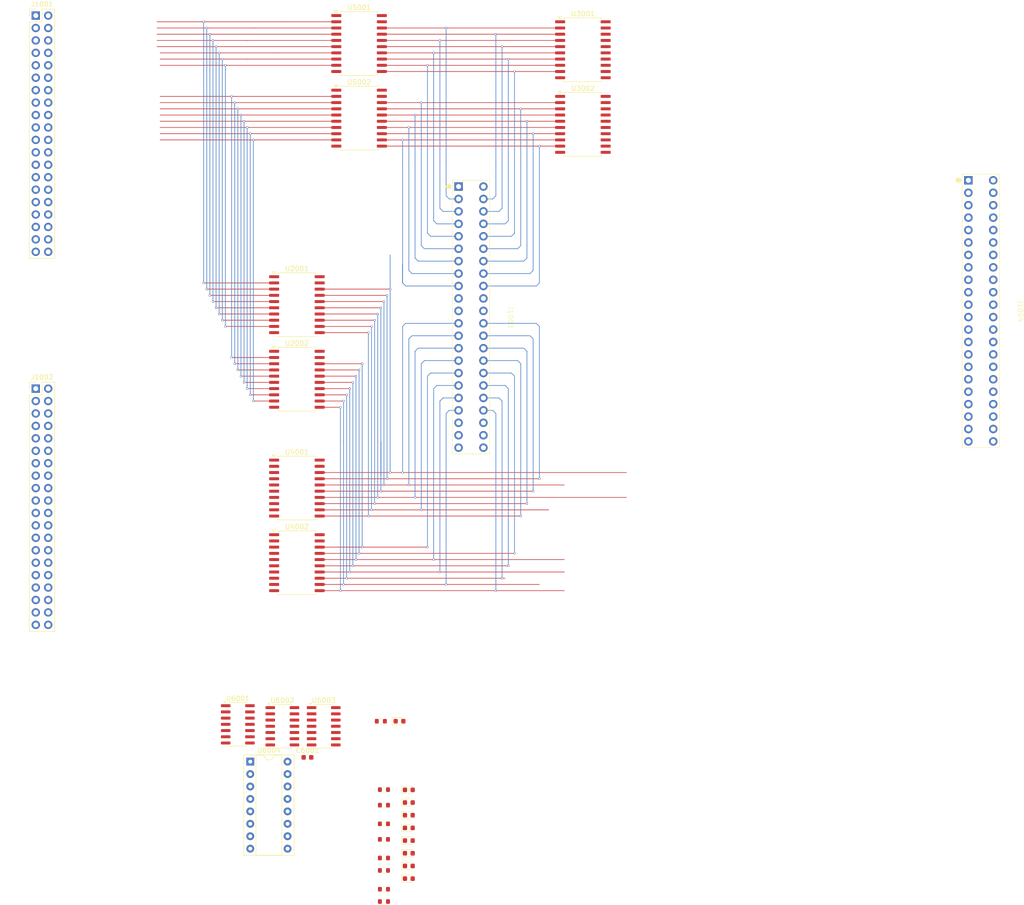
<source format=kicad_pcb>
(kicad_pcb (version 20240108) (generator "pcbnew") (generator_version "8.0")
  (title_block (title "Program Counter"))
  (layers (0 "F.Cu" signal) (31 "B.Cu" signal) (34 "B.Paste" user) (35 "F.Paste" user) (36 "B.SilkS" user "B.Silkscreen") (37 "F.SilkS" user "F.Silkscreen") (38 "B.Mask" user) (39 "F.Mask" user) (44 "Edge.Cuts" user))
  (net 0 "")
  (net 1 "/RESET")
  (net 3 "/CLOCK")
  (net 4 "+5V")
  (net 8 "/C11")
  (net 9 "/R_{B}1")
  (net 10 "/C10")
  (net 11 "/R_{A}2")
  (net 12 "/Cycle1")
  (net 13 "/I2")
  (net 14 "/R_{B}2")
  (net 15 "/C15")
  (net 16 "/Cycle0")
  (net 17 "/R_{C}1")
  (net 18 "/R_{A}1")
  (net 19 "/C5")
  (net 20 "/I1")
  (net 21 "/R_{C}2")
  (net 22 "/Cycle4")
  (net 23 "/C9")
  (net 24 "/R_{A}3")
  (net 25 "GND")
  (net 26 "/C8")
  (net 27 "/I0")
  (net 28 "/R_{A}0")
  (net 29 "/Cycle3")
  (net 30 "/C3")
  (net 31 "/C6")
  (net 32 "/Cycle2")
  (net 33 "/C7")
  (net 34 "/C12")
  (net 35 "/R_{C}0")
  (net 36 "/C14")
  (net 37 "/R_{C}3")
  (net 38 "/C1")
  (net 40 "/C4")
  (net 41 "/R_{B}3")
  (net 42 "/C2")
  (net 43 "/R_{B}0")
  (net 44 "/C0")
  (net 45 "/C13")
  (net 46 "/I3")
  (net 48 "/PC.Out15")
  (net 49 "/PC.Out12")
  (net 50 "/PC.Out0")
  (net 51 "/PC.Out5")
  (net 53 "/PC.Out6")
  (net 54 "/PC.Out9")
  (net 56 "/PC.Out2")
  (net 57 "/~{RESET}")
  (net 59 "/PC.Out8")
  (net 60 "/PC.Out14")
  (net 61 "/PC.Out4")
  (net 62 "/PC.Out7")
  (net 63 "/PC.Out1")
  (net 65 "/PC.Out3")
  (net 66 "/PC.Out13")
  (net 69 "/PC.Out11")
  (net 70 "/PC.Out10")
  (net 71 "/Increment0")
  (net 73 "/Increment1")
  (net 74 "/Increment3")
  (net 77 "/Increment2")
  (net 80 "/A4")
  (net 81 "/A2")
  (net 82 "/A0")
  (net 83 "/A3")
  (net 84 "/A1")
  (net 85 "/A7")
  (net 86 "/A6")
  (net 87 "/A5")
  (net 88 "/A9")
  (net 89 "/A13")
  (net 90 "/A10")
  (net 91 "/A11")
  (net 92 "/A12")
  (net 93 "/A15")
  (net 94 "/A14")
  (net 95 "/A8")
  (net 96 "/B14")
  (net 97 "/B5")
  (net 98 "/B6")
  (net 99 "/B1")
  (net 100 "/B4")
  (net 101 "/B15")
  (net 102 "/B3")
  (net 103 "/B2")
  (net 104 "/B7")
  (net 105 "/B11")
  (net 106 "/B9")
  (net 107 "/B10")
  (net 108 "/B8")
  (net 109 "/B0")
  (net 110 "/B13")
  (net 111 "/B12")
  (net 112 "/PC.In6")
  (net 113 "/PC.In10")
  (net 114 "/PC.In0")
  (net 115 "/PC.In3")
  (net 116 "/PC.In14")
  (net 117 "/PC.In7")
  (net 118 "/PC.In15")
  (net 119 "/PC.In13")
  (net 120 "/PC.In4")
  (net 121 "/PC.In1")
  (net 122 "/PC.In12")
  (net 123 "/PC.In5")
  (net 124 "/PC.In9")
  (net 125 "/PC.In8")
  (net 126 "/PC.In11")
  (net 127 "/PC.In2")
  (net 128 "/Inc.Out12")
  (net 129 "/Inc.Out10")
  (net 130 "/Inc.Out1")
  (net 131 "/Inc.Out0")
  (net 132 "/Inc.Out8")
  (net 133 "/Inc.Out4")
  (net 134 "/Inc.Out6")
  (net 135 "/Inc.Out14")
  (net 136 "/Inc.Out9")
  (net 137 "/Inc.Out3")
  (net 138 "/Inc.Out7")
  (net 139 "/Inc.Out5")
  (net 140 "/Inc.Out13")
  (net 141 "/Inc.Out15")
  (net 142 "/Inc.Out11")
  (net 143 "/Inc.Out2")
  (net 144 "/Increment Buffer/~{Enable}")
  (net 145 "/Instruction Cycle Buffer/~{Enable}")
  (net 146 "/LoadPC Buffer/~{Enable}")
  (net 147 "/BranchZero Buffer/~{Enable}")
  (net 148 "Net-(D6001-K)")
  (net 149 "Net-(D6002-K)")
  (net 150 "Net-(D6003-K)")
  (net 151 "Net-(D6004-K)")
  (net 152 "Net-(D6005-K)")
  (net 153 "Net-(D6006-K)")
  (net 154 "Net-(D6007-K)")
  (net 155 "Net-(D6008-K)")
  (net 156 "Net-(D6009-K)")
  (net 157 "/Enabler/~{ExecCycle}")
  (net 158 "/Enabler/~{LoadB}")
  (net 159 "/Enabler/~{LoadW}")
  (net 160 "/Enabler/~{StoreB}")
  (net 161 "/Enabler/~{StoreW}")
  (net 162 "/Enabler/~{LoadPC}")
  (net 163 "/Enabler/~{BranchZero}")
  (net 164 "/Enabler/~{Halt}")
  (net 165 "/Enabler/~{Set}")
  (net 167 "Net-(U6001-Pad10)")
  (net 168 "Net-(U6001-Pad8)")
  (net 169 "Net-(U6001-Pad12)")
  (net 170 "Net-(U6001-Pad2)")
  (net 171 "Net-(U6001-Pad6)")
  (net 172 "Net-(U6002-Pad11)")
  (net 173 "Net-(U6002-Pad5)")
  (net 180 "/Enabler/~{InstrCycle}")
  (net 182 "Net-(U6003-Pad11)")
  (footprint "Resistor_SMD:R_0603_1608Metric" (layer "F.Cu") (at 109.22 212.09 180)
    (property "Reference" "R6006" (hide yes))
    (property "Value" "4k7")
  )
  (footprint "BoardEdgeConnectors:TE-5530843-4-Mount" (layer "F.Cu") (at 231.14 100.33 -90)
    (property "Reference" "J1004")
    (property "Value" "~")
  )
  (footprint "LED_SMD:LED_0603_1608Metric" (layer "F.Cu") (at 112.395 184.15)
    (property "Reference" "D6001" (hide yes))
    (property "Value" "Blue")
  )
  (footprint "LED_SMD:LED_0603_1608Metric" (layer "F.Cu") (at 114.3 211.12)
    (property "Reference" "D6007" (hide yes))
    (property "Value" "Blue")
  )
  (footprint "BoardEdgeConnectors:TE-5530843-4-Mount" (layer "F.Cu") (at 127 101.6 -90)
    (property "Reference" "J1003")
    (property "Value" "~")
  )
  (footprint "Package_SO:SOIC-20W_7.5x12.8mm_P1.27mm" (layer "F.Cu") (at 104.14 45.72)
    (property "Reference" "U5001")
    (property "Value" "74HC245")
  )
  (footprint "Package_SO:SOIC-14_3.9x8.7mm_P1.27mm" (layer "F.Cu") (at 88.465 185.18)
    (property "Reference" "U6002")
    (property "Value" "74HC08")
  )
  (footprint "Package_SO:SOIC-20W_7.5x12.8mm_P1.27mm" (layer "F.Cu") (at 104.14 60.96)
    (property "Reference" "U5002")
    (property "Value" "74HC245")
  )
  (footprint "Capacitor_SMD:C_0603_1608Metric" (layer "F.Cu") (at 93.595 191.535)
    (property "Reference" "C6001")
    (property "Value" "100n")
  )
  (footprint "LED_SMD:LED_0603_1608Metric" (layer "F.Cu") (at 114.3 213.71)
    (property "Reference" "D6008" (hide yes))
    (property "Value" "Blue")
  )
  (footprint "Resistor_SMD:R_0603_1608Metric" (layer "F.Cu") (at 109.22 220.98 180)
    (property "Reference" "R6009" (hide yes))
    (property "Value" "4k7")
  )
  (footprint "LED_SMD:LED_0603_1608Metric" (layer "F.Cu") (at 114.3 208.53)
    (property "Reference" "D6006" (hide yes))
    (property "Value" "Blue")
  )
  (footprint "Resistor_SMD:R_0603_1608Metric" (layer "F.Cu") (at 109.22 218.47 180)
    (property "Reference" "R6008" (hide yes))
    (property "Value" "4k7")
  )
  (footprint "Connector_PinHeader_2.54mm:PinHeader_2x20_P2.54mm_Vertical" (layer "F.Cu") (at 38.1 40.005)
    (property "Reference" "J1001")
    (property "Value" "Conn_02x20_Odd_Even")
  )
  (footprint "LED_SMD:LED_0603_1608Metric" (layer "F.Cu") (at 114.3 198.17)
    (property "Reference" "D6002" (hide yes))
    (property "Value" "Blue")
  )
  (footprint "Package_SO:SOIC-20W_7.5x12.8mm_P1.27mm" (layer "F.Cu") (at 91.44 99.06)
    (property "Reference" "U2001")
    (property "Value" "74HC245")
  )
  (footprint "Package_SO:SOIC-20W_7.5x12.8mm_P1.27mm" (layer "F.Cu") (at 91.44 136.525)
    (property "Reference" "U4001")
    (property "Value" "74HC245")
  )
  (footprint "Resistor_SMD:R_0603_1608Metric" (layer "F.Cu") (at 109.22 201.295 180)
    (property "Reference" "R6003" (hide yes))
    (property "Value" "4k7")
  )
  (footprint "Package_SO:SOIC-14_3.9x8.7mm_P1.27mm" (layer "F.Cu") (at 79.375 184.785)
    (property "Reference" "U6001")
    (property "Value" "74HC14")
  )
  (footprint "LED_SMD:LED_0603_1608Metric" (layer "F.Cu") (at 114.3 200.76)
    (property "Reference" "D6003" (hide yes))
    (property "Value" "Blue")
  )
  (footprint "Package_SO:SOIC-14_3.9x8.7mm_P1.27mm" (layer "F.Cu") (at 96.915 185.18)
    (property "Reference" "U6003")
    (property "Value" "74HC08")
  )
  (footprint "LED_SMD:LED_0603_1608Metric" (layer "F.Cu") (at 114.3 203.35)
    (property "Reference" "D6004" (hide yes))
    (property "Value" "Blue")
  )
  (footprint "Package_SO:SOIC-20W_7.5x12.8mm_P1.27mm" (layer "F.Cu") (at 91.44 114.3)
    (property "Reference" "U2002")
    (property "Value" "74HC245")
  )
  (footprint "Resistor_SMD:R_0603_1608Metric" (layer "F.Cu") (at 108.585 184.15)
    (property "Reference" "R6001" (hide yes))
    (property "Value" "4k7")
  )
  (footprint "Resistor_SMD:R_0603_1608Metric" (layer "F.Cu") (at 109.22 205.105 180)
    (property "Reference" "R6004" (hide yes))
    (property "Value" "4k7")
  )
  (footprint "Resistor_SMD:R_0603_1608Metric" (layer "F.Cu") (at 109.22 198.12 180)
    (property "Reference" "R6002" (hide yes))
    (property "Value" "4k7")
  )
  (footprint "Package_SO:SOIC-20W_7.5x12.8mm_P1.27mm" (layer "F.Cu") (at 149.86 46.99)
    (property "Reference" "U3001")
    (property "Value" "74HC245")
  )
  (footprint "LED_SMD:LED_0603_1608Metric" (layer "F.Cu") (at 114.3 205.94)
    (property "Reference" "D6005" (hide yes))
    (property "Value" "Blue")
  )
  (footprint "Resistor_SMD:R_0603_1608Metric" (layer "F.Cu") (at 109.22 208.28 180)
    (property "Reference" "R6005" (hide yes))
    (property "Value" "4k7")
  )
  (footprint "Package_SO:SOIC-20W_7.5x12.8mm_P1.27mm" (layer "F.Cu") (at 149.86 62.23)
    (property "Reference" "U3002")
    (property "Value" "74HC245")
  )
  (footprint "Resistor_SMD:R_0603_1608Metric" (layer "F.Cu") (at 109.22 214.63 180)
    (property "Reference" "R6007" (hide yes))
    (property "Value" "4k7")
  )
  (footprint "LED_SMD:LED_0603_1608Metric" (layer "F.Cu") (at 114.3 216.3)
    (property "Reference" "D6009" (hide yes))
    (property "Value" "Blue")
  )
  (footprint "Connector_PinHeader_2.54mm:PinHeader_2x20_P2.54mm_Vertical" (layer "F.Cu") (at 38.1 116.205)
    (property "Reference" "J1002")
    (property "Value" "Conn_02x20_Odd_Even")
  )
  (footprint "Package_SO:SOIC-20W_7.5x12.8mm_P1.27mm" (layer "F.Cu") (at 91.44 151.765)
    (property "Reference" "U4002")
    (property "Value" "74HC245")
  )
  (footprint "Package_DIP:DIP-16_W7.62mm_Socket" (layer "F.Cu") (at 81.915 192.405)
    (property "Reference" "U6004")
    (property "Value" "74HC138")
  )
  (segment (start 96.09 157.48) (end 100.33 157.48) (width 0.127) (layer "F.Cu") (net 48))
  (segment (start 96.09 120.015) (end 100.33 120.015) (width 0.127) (layer "F.Cu") (net 48))
  (segment (start 100.33 157.48) (end 132.08 157.48) (width 0.127) (layer "F.Cu") (net 48))
  (segment (start 132.08 157.48) (end 146.05 157.48) (width 0.127) (layer "F.Cu") (net 48))
  (via (at 100.33 157.48) (size 0.45) (drill 0.3) (layers "F.Cu" "B.Cu") (net 48))
  (via (at 132.08 157.48) (size 0.45) (drill 0.3) (layers "F.Cu" "B.Cu") (net 48))
  (via (at 100.33 120.015) (size 0.45) (drill 0.3) (layers "F.Cu" "B.Cu") (net 48))
  (segment (start 132.08 121.285) (end 131.445 120.65) (width 0.127) (layer "B.Cu") (net 48))
  (segment (start 100.33 157.48) (end 100.33 127) (width 0.127) (layer "B.Cu") (net 48))
  (segment (start 131.445 120.65) (end 129.54 120.65) (width 0.127) (layer "B.Cu") (net 48))
  (segment (start 132.08 157.48) (end 132.08 121.285) (width 0.127) (layer "B.Cu") (net 48))
  (segment (start 100.33 127) (end 100.33 120.015) (width 0.127) (layer "B.Cu") (net 48))
  (segment (start 96.09 116.205) (end 102.235 116.205) (width 0.127) (layer "F.Cu") (net 49))
  (segment (start 102.235 153.67) (end 120.65 153.67) (width 0.127) (layer "F.Cu") (net 49))
  (segment (start 96.09 153.67) (end 102.235 153.67) (width 0.127) (layer "F.Cu") (net 49))
  (segment (start 120.65 153.67) (end 146.05 153.67) (width 0.127) (layer "F.Cu") (net 49))
  (via (at 102.235 153.67) (size 0.45) (drill 0.3) (layers "F.Cu" "B.Cu") (net 49))
  (via (at 102.235 116.205) (size 0.45) (drill 0.3) (layers "F.Cu" "B.Cu") (net 49))
  (via (at 120.65 153.67) (size 0.45) (drill 0.3) (layers "F.Cu" "B.Cu") (net 49))
  (segment (start 120.65 153.67) (end 120.65 118.745) (width 0.127) (layer "B.Cu") (net 49))
  (segment (start 124.46 118.11) (end 121.285 118.11) (width 0.127) (layer "B.Cu") (net 49))
  (segment (start 102.235 153.67) (end 102.235 116.205) (width 0.127) (layer "B.Cu") (net 49))
  (segment (start 121.285 118.11) (end 120.65 118.745) (width 0.127) (layer "B.Cu") (net 49))
  (segment (start 110.49 133.35) (end 96.09 133.35) (width 0.127) (layer "F.Cu") (net 50))
  (segment (start 96.09 95.885) (end 110.49 95.885) (width 0.127) (layer "F.Cu") (net 50))
  (segment (start 113.03 133.35) (end 110.49 133.35) (width 0.127) (layer "F.Cu") (net 50))
  (segment (start 113.03 133.35) (end 158.75 133.35) (width 0.127) (layer "F.Cu") (net 50))
  (via (at 110.49 95.885) (size 0.45) (drill 0.3) (layers "F.Cu" "B.Cu") (net 50))
  (via (at 110.49 133.35) (size 0.45) (drill 0.3) (layers "F.Cu" "B.Cu") (net 50))
  (via (at 113.03 133.35) (size 0.45) (drill 0.3) (layers "F.Cu" "B.Cu") (net 50))
  (segment (start 113.665 102.87) (end 113.03 103.505) (width 0.127) (layer "B.Cu") (net 50))
  (segment (start 113.03 103.505) (end 113.03 133.35) (width 0.127) (layer "B.Cu") (net 50))
  (segment (start 110.49 133.35) (end 110.49 95.885) (width 0.127) (layer "B.Cu") (net 50))
  (segment (start 124.46 102.87) (end 113.665 102.87) (width 0.127) (layer "B.Cu") (net 50))
  (segment (start 110.49 95.885) (end 110.49 88.9) (width 0.127) (layer "B.Cu") (net 50))
  (segment (start 138.43 139.7) (end 107.315 139.7) (width 0.127) (layer "F.Cu") (net 51))
  (segment (start 107.315 139.7) (end 96.09 139.7) (width 0.127) (layer "F.Cu") (net 51))
  (segment (start 96.09 102.235) (end 107.315 102.235) (width 0.127) (layer "F.Cu") (net 51))
  (via (at 138.43 139.7) (size 0.45) (drill 0.3) (layers "F.Cu" "B.Cu") (net 51))
  (via (at 107.315 102.235) (size 0.45) (drill 0.3) (layers "F.Cu" "B.Cu") (net 51))
  (via (at 107.315 139.7) (size 0.45) (drill 0.3) (layers "F.Cu" "B.Cu") (net 51))
  (segment (start 138.43 108.585) (end 138.43 139.7) (width 0.127) (layer "B.Cu") (net 51))
  (segment (start 107.315 139.7) (end 107.315 102.235) (width 0.127) (layer "B.Cu") (net 51))
  (segment (start 129.54 107.95) (end 137.795 107.95) (width 0.127) (layer "B.Cu") (net 51))
  (segment (start 137.795 107.95) (end 138.43 108.585) (width 0.127) (layer "B.Cu") (net 51))
  (segment (start 106.68 103.505) (end 96.09 103.505) (width 0.127) (layer "F.Cu") (net 53))
  (segment (start 116.84 140.97) (end 142.875 140.97) (width 0.127) (layer "F.Cu") (net 53))
  (segment (start 96.09 140.97) (end 106.68 140.97) (width 0.127) (layer "F.Cu") (net 53))
  (segment (start 116.84 140.97) (end 106.68 140.97) (width 0.127) (layer "F.Cu") (net 53))
  (via (at 106.68 140.97) (size 0.45) (drill 0.3) (layers "F.Cu" "B.Cu") (net 53))
  (via (at 116.84 140.97) (size 0.45) (drill 0.3) (layers "F.Cu" "B.Cu") (net 53))
  (via (at 106.68 103.505) (size 0.45) (drill 0.3) (layers "F.Cu" "B.Cu") (net 53))
  (segment (start 124.46 110.49) (end 117.475 110.49) (width 0.127) (layer "B.Cu") (net 53))
  (segment (start 116.84 111.125) (end 116.84 140.97) (width 0.127) (layer "B.Cu") (net 53))
  (segment (start 106.68 140.97) (end 106.68 103.505) (width 0.127) (layer "B.Cu") (net 53))
  (segment (start 117.475 110.49) (end 116.84 111.125) (width 0.127) (layer "B.Cu") (net 53))
  (segment (start 104.14 149.86) (end 135.89 149.86) (width 0.127) (layer "F.Cu") (net 54))
  (segment (start 96.09 112.395) (end 104.14 112.395) (width 0.127) (layer "F.Cu") (net 54))
  (segment (start 104.14 149.86) (end 96.09 149.86) (width 0.127) (layer "F.Cu") (net 54))
  (via (at 135.89 149.86) (size 0.45) (drill 0.3) (layers "F.Cu" "B.Cu") (net 54))
  (via (at 104.14 149.86) (size 0.45) (drill 0.3) (layers "F.Cu" "B.Cu") (net 54))
  (via (at 104.14 112.395) (size 0.45) (drill 0.3) (layers "F.Cu" "B.Cu") (net 54))
  (segment (start 135.255 113.03) (end 135.89 113.665) (width 0.127) (layer "B.Cu") (net 54))
  (segment (start 135.89 113.665) (end 135.89 149.86) (width 0.127) (layer "B.Cu") (net 54))
  (segment (start 104.14 149.86) (end 104.14 141.605) (width 0.127) (layer "B.Cu") (net 54))
  (segment (start 104.14 141.605) (end 104.14 112.395) (width 0.127) (layer "B.Cu") (net 54))
  (segment (start 129.54 113.03) (end 135.255 113.03) (width 0.127) (layer "B.Cu") (net 54))
  (segment (start 96.09 98.425) (end 109.22 98.425) (width 0.127) (layer "F.Cu") (net 56))
  (segment (start 114.3 135.89) (end 146.05 135.89) (width 0.127) (layer "F.Cu") (net 56))
  (segment (start 114.3 135.89) (end 109.22 135.89) (width 0.127) (layer "F.Cu") (net 56))
  (segment (start 109.22 135.89) (end 96.09 135.89) (width 0.127) (layer "F.Cu") (net 56))
  (via (at 109.22 98.425) (size 0.45) (drill 0.3) (layers "F.Cu" "B.Cu") (net 56))
  (via (at 109.22 135.89) (size 0.45) (drill 0.3) (layers "F.Cu" "B.Cu") (net 56))
  (via (at 114.3 135.89) (size 0.45) (drill 0.3) (layers "F.Cu" "B.Cu") (net 56))
  (segment (start 109.22 135.89) (end 109.22 98.425) (width 0.127) (layer "B.Cu") (net 56))
  (segment (start 114.3 106.045) (end 114.3 135.89) (width 0.127) (layer "B.Cu") (net 56))
  (segment (start 124.46 105.41) (end 114.935 105.41) (width 0.127) (layer "B.Cu") (net 56))
  (segment (start 114.935 105.41) (end 114.3 106.045) (width 0.127) (layer "B.Cu") (net 56))
  (segment (start 104.775 148.59) (end 96.09 148.59) (width 0.127) (layer "F.Cu") (net 59))
  (segment (start 96.09 111.125) (end 104.775 111.125) (width 0.127) (layer "F.Cu") (net 59))
  (segment (start 104.775 148.59) (end 118.11 148.59) (width 0.127) (layer "F.Cu") (net 59))
  (via (at 118.11 148.59) (size 0.45) (drill 0.3) (layers "F.Cu" "B.Cu") (net 59))
  (via (at 104.775 148.59) (size 0.45) (drill 0.3) (layers "F.Cu" "B.Cu") (net 59))
  (via (at 104.775 111.125) (size 0.45) (drill 0.3) (layers "F.Cu" "B.Cu") (net 59))
  (segment (start 118.11 148.59) (end 118.11 113.665) (width 0.127) (layer "B.Cu") (net 59))
  (segment (start 118.11 113.665) (end 118.745 113.03) (width 0.127) (layer "B.Cu") (net 59))
  (segment (start 104.775 127) (end 104.775 111.125) (width 0.127) (layer "B.Cu") (net 59))
  (segment (start 104.775 148.59) (end 104.775 127) (width 0.127) (layer "B.Cu") (net 59))
  (segment (start 118.745 113.03) (end 124.46 113.03) (width 0.127) (layer "B.Cu") (net 59))
  (segment (start 101.6 156.21) (end 121.92 156.21) (width 0.127) (layer "F.Cu") (net 60))
  (segment (start 96.09 156.21) (end 100.965 156.21) (width 0.127) (layer "F.Cu") (net 60))
  (segment (start 121.92 156.21) (end 140.97 156.21) (width 0.127) (layer "F.Cu") (net 60))
  (segment (start 100.965 118.745) (end 96.09 118.745) (width 0.127) (layer "F.Cu") (net 60))
  (segment (start 100.965 156.21) (end 101.6 156.21) (width 0.127) (layer "F.Cu") (net 60))
  (via (at 100.965 156.21) (size 0.45) (drill 0.3) (layers "F.Cu" "B.Cu") (net 60))
  (via (at 100.965 118.745) (size 0.45) (drill 0.3) (layers "F.Cu" "B.Cu") (net 60))
  (via (at 121.92 156.21) (size 0.45) (drill 0.3) (layers "F.Cu" "B.Cu") (net 60))
  (segment (start 122.555 120.65) (end 121.92 121.285) (width 0.127) (layer "B.Cu") (net 60))
  (segment (start 100.965 127) (end 100.965 118.745) (width 0.127) (layer "B.Cu") (net 60))
  (segment (start 124.46 120.65) (end 122.555 120.65) (width 0.127) (layer "B.Cu") (net 60))
  (segment (start 100.965 156.21) (end 100.965 127) (width 0.127) (layer "B.Cu") (net 60))
  (segment (start 121.92 121.285) (end 121.92 156.21) (width 0.127) (layer "B.Cu") (net 60))
  (segment (start 115.57 138.43) (end 158.75 138.43) (width 0.127) (layer "F.Cu") (net 61))
  (segment (start 115.57 138.43) (end 107.95 138.43) (width 0.127) (layer "F.Cu") (net 61))
  (segment (start 96.09 100.965) (end 107.95 100.965) (width 0.127) (layer "F.Cu") (net 61))
  (segment (start 96.09 138.43) (end 107.95 138.43) (width 0.127) (layer "F.Cu") (net 61))
  (via (at 115.57 138.43) (size 0.45) (drill 0.3) (layers "F.Cu" "B.Cu") (net 61))
  (via (at 107.95 100.965) (size 0.45) (drill 0.3) (layers "F.Cu" "B.Cu") (net 61))
  (via (at 107.95 138.43) (size 0.45) (drill 0.3) (layers "F.Cu" "B.Cu") (net 61))
  (segment (start 124.46 107.95) (end 116.205 107.95) (width 0.127) (layer "B.Cu") (net 61))
  (segment (start 107.95 138.43) (end 107.95 100.965) (width 0.127) (layer "B.Cu") (net 61))
  (segment (start 115.57 108.585) (end 115.57 138.43) (width 0.127) (layer "B.Cu") (net 61))
  (segment (start 116.205 107.95) (end 115.57 108.585) (width 0.127) (layer "B.Cu") (net 61))
  (segment (start 96.09 104.775) (end 106.045 104.775) (width 0.127) (layer "F.Cu") (net 62))
  (segment (start 106.045 142.24) (end 96.09 142.24) (width 0.127) (layer "F.Cu") (net 62))
  (segment (start 137.16 142.24) (end 106.045 142.24) (width 0.127) (layer "F.Cu") (net 62))
  (via (at 137.16 142.24) (size 0.45) (drill 0.3) (layers "F.Cu" "B.Cu") (net 62))
  (via (at 106.045 142.24) (size 0.45) (drill 0.3) (layers "F.Cu" "B.Cu") (net 62))
  (via (at 106.045 104.775) (size 0.45) (drill 0.3) (layers "F.Cu" "B.Cu") (net 62))
  (segment (start 136.525 110.49) (end 137.16 111.125) (width 0.127) (layer "B.Cu") (net 62))
  (segment (start 137.16 111.125) (end 137.16 142.24) (width 0.127) (layer "B.Cu") (net 62))
  (segment (start 106.045 142.24) (end 106.045 104.775) (width 0.127) (layer "B.Cu") (net 62))
  (segment (start 129.54 110.49) (end 136.525 110.49) (width 0.127) (layer "B.Cu") (net 62))
  (segment (start 96.09 97.155) (end 109.855 97.155) (width 0.127) (layer "F.Cu") (net 63))
  (segment (start 140.97 134.62) (end 109.855 134.62) (width 0.127) (layer "F.Cu") (net 63))
  (segment (start 109.855 134.62) (end 96.09 134.62) (width 0.127) (layer "F.Cu") (net 63))
  (via (at 109.855 134.62) (size 0.45) (drill 0.3) (layers "F.Cu" "B.Cu") (net 63))
  (via (at 109.855 97.155) (size 0.45) (drill 0.3) (layers "F.Cu" "B.Cu") (net 63))
  (via (at 140.97 134.62) (size 0.45) (drill 0.3) (layers "F.Cu" "B.Cu") (net 63))
  (segment (start 129.54 102.87) (end 140.335 102.87) (width 0.127) (layer "B.Cu") (net 63))
  (segment (start 140.335 102.87) (end 140.97 103.505) (width 0.127) (layer "B.Cu") (net 63))
  (segment (start 109.855 134.62) (end 109.855 97.155) (width 0.127) (layer "B.Cu") (net 63))
  (segment (start 140.97 103.505) (end 140.97 134.62) (width 0.127) (layer "B.Cu") (net 63))
  (segment (start 96.09 99.695) (end 108.585 99.695) (width 0.127) (layer "F.Cu") (net 65))
  (segment (start 139.7 137.16) (end 108.585 137.16) (width 0.127) (layer "F.Cu") (net 65))
  (segment (start 108.585 137.16) (end 96.09 137.16) (width 0.127) (layer "F.Cu") (net 65))
  (via (at 108.585 137.16) (size 0.45) (drill 0.3) (layers "F.Cu" "B.Cu") (net 65))
  (via (at 139.7 137.16) (size 0.45) (drill 0.3) (layers "F.Cu" "B.Cu") (net 65))
  (via (at 108.585 99.695) (size 0.45) (drill 0.3) (layers "F.Cu" "B.Cu") (net 65))
  (segment (start 139.065 105.41) (end 139.7 106.045) (width 0.127) (layer "B.Cu") (net 65))
  (segment (start 108.585 133.985) (end 108.585 99.695) (width 0.127) (layer "B.Cu") (net 65))
  (segment (start 108.585 127) (end 108.585 133.985) (width 0.127) (layer "B.Cu") (net 65))
  (segment (start 108.585 137.16) (end 108.585 127) (width 0.127) (layer "B.Cu") (net 65))
  (segment (start 129.54 105.41) (end 139.065 105.41) (width 0.127) (layer "B.Cu") (net 65))
  (segment (start 139.7 106.045) (end 139.7 137.16) (width 0.127) (layer "B.Cu") (net 65))
  (segment (start 96.09 117.475) (end 101.6 117.475) (width 0.127) (layer "F.Cu") (net 66))
  (segment (start 96.09 154.94) (end 101.6 154.94) (width 0.127) (layer "F.Cu") (net 66))
  (segment (start 101.6 154.94) (end 133.35 154.94) (width 0.127) (layer "F.Cu") (net 66))
  (segment (start 133.35 154.94) (end 133.985 154.94) (width 0.127) (layer "F.Cu") (net 66))
  (via (at 101.6 154.94) (size 0.45) (drill 0.3) (layers "F.Cu" "B.Cu") (net 66))
  (via (at 133.35 154.94) (size 0.45) (drill 0.3) (layers "F.Cu" "B.Cu") (net 66))
  (via (at 101.6 117.475) (size 0.45) (drill 0.3) (layers "F.Cu" "B.Cu") (net 66))
  (segment (start 101.6 154.94) (end 101.6 117.475) (width 0.127) (layer "B.Cu") (net 66))
  (segment (start 133.35 118.745) (end 132.715 118.11) (width 0.127) (layer "B.Cu") (net 66))
  (segment (start 133.35 154.94) (end 133.35 118.745) (width 0.127) (layer "B.Cu") (net 66))
  (segment (start 132.715 118.11) (end 129.54 118.11) (width 0.127) (layer "B.Cu") (net 66))
  (segment (start 102.87 152.4) (end 134.62 152.4) (width 0.127) (layer "F.Cu") (net 69))
  (segment (start 96.09 152.4) (end 102.87 152.4) (width 0.127) (layer "F.Cu") (net 69))
  (segment (start 102.87 114.935) (end 96.09 114.935) (width 0.127) (layer "F.Cu") (net 69))
  (via (at 102.87 152.4) (size 0.45) (drill 0.3) (layers "F.Cu" "B.Cu") (net 69))
  (via (at 134.62 152.4) (size 0.45) (drill 0.3) (layers "F.Cu" "B.Cu") (net 69))
  (via (at 102.87 114.935) (size 0.45) (drill 0.3) (layers "F.Cu" "B.Cu") (net 69))
  (segment (start 134.62 116.205) (end 134.62 152.4) (width 0.127) (layer "B.Cu") (net 69))
  (segment (start 129.54 115.57) (end 133.985 115.57) (width 0.127) (layer "B.Cu") (net 69))
  (segment (start 133.985 115.57) (end 134.62 116.205) (width 0.127) (layer "B.Cu") (net 69))
  (segment (start 102.87 152.4) (end 102.87 114.935) (width 0.127) (layer "B.Cu") (net 69))
  (segment (start 96.09 113.665) (end 103.505 113.665) (width 0.127) (layer "F.Cu") (net 70))
  (segment (start 103.505 151.13) (end 119.38 151.13) (width 0.127) (layer "F.Cu") (net 70))
  (segment (start 103.505 151.13) (end 96.09 151.13) (width 0.127) (layer "F.Cu") (net 70))
  (segment (start 119.38 151.13) (end 146.05 151.13) (width 0.127) (layer "F.Cu") (net 70))
  (via (at 103.505 113.665) (size 0.45) (drill 0.3) (layers "F.Cu" "B.Cu") (net 70))
  (via (at 119.38 151.13) (size 0.45) (drill 0.3) (layers "F.Cu" "B.Cu") (net 70))
  (via (at 103.505 151.13) (size 0.45) (drill 0.3) (layers "F.Cu" "B.Cu") (net 70))
  (segment (start 124.46 115.57) (end 120.015 115.57) (width 0.127) (layer "B.Cu") (net 70))
  (segment (start 119.38 116.205) (end 119.38 151.13) (width 0.127) (layer "B.Cu") (net 70))
  (segment (start 120.015 115.57) (end 119.38 116.205) (width 0.127) (layer "B.Cu") (net 70))
  (segment (start 103.505 151.13) (end 103.505 113.665) (width 0.127) (layer "B.Cu") (net 70))
  (segment (start 62.865 46.355) (end 74.93 46.355) (width 0.127) (layer "F.Cu") (net 80))
  (segment (start 86.79 99.695) (end 74.93 99.695) (width 0.127) (layer "F.Cu") (net 80))
  (segment (start 74.93 46.355) (end 99.49 46.355) (width 0.127) (layer "F.Cu") (net 80))
  (via (at 74.93 46.355) (size 0.45) (drill 0.3) (layers "F.Cu" "B.Cu") (net 80))
  (via (at 74.93 99.695) (size 0.45) (drill 0.3) (layers "F.Cu" "B.Cu") (net 80))
  (segment (start 74.93 99.695) (end 74.93 46.355) (width 0.127) (layer "B.Cu") (net 80))
  (segment (start 73.66 97.155) (end 86.79 97.155) (width 0.127) (layer "F.Cu") (net 81))
  (segment (start 80.01 43.815) (end 73.66 43.815) (width 0.127) (layer "F.Cu") (net 81))
  (segment (start 99.49 43.815) (end 80.01 43.815) (width 0.127) (layer "F.Cu") (net 81))
  (segment (start 73.66 43.815) (end 62.865 43.815) (width 0.127) (layer "F.Cu") (net 81))
  (via (at 73.66 43.815) (size 0.45) (drill 0.3) (layers "F.Cu" "B.Cu") (net 81))
  (via (at 73.66 97.155) (size 0.45) (drill 0.3) (layers "F.Cu" "B.Cu") (net 81))
  (segment (start 73.66 50.8) (end 73.66 97.155) (width 0.127) (layer "B.Cu") (net 81))
  (segment (start 73.66 43.815) (end 73.66 50.8) (width 0.127) (layer "B.Cu") (net 81))
  (segment (start 72.39 94.615) (end 86.79 94.615) (width 0.127) (layer "F.Cu") (net 82))
  (segment (start 99.49 41.275) (end 88.9 41.275) (width 0.127) (layer "F.Cu") (net 82))
  (segment (start 72.39 41.275) (end 62.865 41.275) (width 0.127) (layer "F.Cu") (net 82))
  (segment (start 88.9 41.275) (end 72.39 41.275) (width 0.127) (layer "F.Cu") (net 82))
  (via (at 72.39 94.615) (size 0.45) (drill 0.3) (layers "F.Cu" "B.Cu") (net 82))
  (via (at 72.39 41.275) (size 0.45) (drill 0.3) (layers "F.Cu" "B.Cu") (net 82))
  (segment (start 72.39 69.85) (end 72.39 94.615) (width 0.127) (layer "B.Cu") (net 82))
  (segment (start 72.39 41.275) (end 72.39 69.85) (width 0.127) (layer "B.Cu") (net 82))
  (segment (start 86.79 98.425) (end 74.295 98.425) (width 0.127) (layer "F.Cu") (net 83))
  (segment (start 81.28 45.085) (end 74.295 45.085) (width 0.127) (layer "F.Cu") (net 83))
  (segment (start 74.295 45.085) (end 62.865 45.085) (width 0.127) (layer "F.Cu") (net 83))
  (segment (start 99.49 45.085) (end 81.28 45.085) (width 0.127) (layer "F.Cu") (net 83))
  (via (at 74.295 45.085) (size 0.45) (drill 0.3) (layers "F.Cu" "B.Cu") (net 83))
  (via (at 74.295 98.425) (size 0.45) (drill 0.3) (layers "F.Cu" "B.Cu") (net 83))
  (segment (start 74.295 45.085) (end 74.295 98.425) (width 0.127) (layer "B.Cu") (net 83))
  (segment (start 99.49 42.545) (end 82.55 42.545) (width 0.127) (layer "F.Cu") (net 84))
  (segment (start 82.55 42.545) (end 73.025 42.545) (width 0.127) (layer "F.Cu") (net 84))
  (segment (start 73.025 42.545) (end 62.865 42.545) (width 0.127) (layer "F.Cu") (net 84))
  (segment (start 86.79 95.885) (end 73.025 95.885) (width 0.127) (layer "F.Cu") (net 84))
  (via (at 73.025 95.885) (size 0.45) (drill 0.3) (layers "F.Cu" "B.Cu") (net 84))
  (via (at 73.025 42.545) (size 0.45) (drill 0.3) (layers "F.Cu" "B.Cu") (net 84))
  (segment (start 73.025 42.545) (end 73.025 48.26) (width 0.127) (layer "B.Cu") (net 84))
  (segment (start 73.025 48.26) (end 73.025 95.885) (width 0.127) (layer "B.Cu") (net 84))
  (segment (start 86.79 103.505) (end 76.835 103.505) (width 0.127) (layer "F.Cu") (net 85))
  (segment (start 99.49 50.165) (end 82.55 50.165) (width 0.127) (layer "F.Cu") (net 85))
  (segment (start 82.55 50.165) (end 76.835 50.165) (width 0.127) (layer "F.Cu") (net 85))
  (segment (start 76.835 50.165) (end 63.5 50.165) (width 0.127) (layer "F.Cu") (net 85))
  (via (at 76.835 50.165) (size 0.45) (drill 0.3) (layers "F.Cu" "B.Cu") (net 85))
  (via (at 76.835 103.505) (size 0.45) (drill 0.3) (layers "F.Cu" "B.Cu") (net 85))
  (segment (start 76.835 50.165) (end 76.835 103.505) (width 0.127) (layer "B.Cu") (net 85))
  (segment (start 81.28 48.895) (end 76.2 48.895) (width 0.127) (layer "F.Cu") (net 86))
  (segment (start 76.2 48.895) (end 63.5 48.895) (width 0.127) (layer "F.Cu") (net 86))
  (segment (start 99.49 48.895) (end 81.28 48.895) (width 0.127) (layer "F.Cu") (net 86))
  (segment (start 86.79 102.235) (end 76.2 102.235) (width 0.127) (layer "F.Cu") (net 86))
  (via (at 76.2 48.895) (size 0.45) (drill 0.3) (layers "F.Cu" "B.Cu") (net 86))
  (via (at 76.2 102.235) (size 0.45) (drill 0.3) (layers "F.Cu" "B.Cu") (net 86))
  (segment (start 76.2 102.235) (end 76.2 48.895) (width 0.127) (layer "B.Cu") (net 86))
  (segment (start 86.995 47.625) (end 75.565 47.625) (width 0.127) (layer "F.Cu") (net 87))
  (segment (start 75.565 47.625) (end 63.5 47.625) (width 0.127) (layer "F.Cu") (net 87))
  (segment (start 86.79 100.965) (end 75.565 100.965) (width 0.127) (layer "F.Cu") (net 87))
  (segment (start 99.49 47.625) (end 86.995 47.625) (width 0.127) (layer "F.Cu") (net 87))
  (via (at 75.565 47.625) (size 0.45) (drill 0.3) (layers "F.Cu" "B.Cu") (net 87))
  (via (at 75.565 100.965) (size 0.45) (drill 0.3) (layers "F.Cu" "B.Cu") (net 87))
  (segment (start 75.565 47.625) (end 75.565 100.965) (width 0.127) (layer "B.Cu") (net 87))
  (segment (start 86.79 111.125) (end 78.74 111.125) (width 0.127) (layer "F.Cu") (net 88))
  (segment (start 78.74 57.785) (end 63.5 57.785) (width 0.127) (layer "F.Cu") (net 88))
  (segment (start 99.49 57.785) (end 78.74 57.785) (width 0.127) (layer "F.Cu") (net 88))
  (via (at 78.74 111.125) (size 0.45) (drill 0.3) (layers "F.Cu" "B.Cu") (net 88))
  (via (at 78.74 57.785) (size 0.45) (drill 0.3) (layers "F.Cu" "B.Cu") (net 88))
  (segment (start 78.74 57.785) (end 78.74 111.125) (width 0.127) (layer "B.Cu") (net 88))
  (segment (start 81.28 62.865) (end 63.5 62.865) (width 0.127) (layer "F.Cu") (net 89))
  (segment (start 99.49 62.865) (end 81.28 62.865) (width 0.127) (layer "F.Cu") (net 89))
  (segment (start 86.79 116.205) (end 81.28 116.205) (width 0.127) (layer "F.Cu") (net 89))
  (via (at 81.28 116.205) (size 0.45) (drill 0.3) (layers "F.Cu" "B.Cu") (net 89))
  (via (at 81.28 62.865) (size 0.45) (drill 0.3) (layers "F.Cu" "B.Cu") (net 89))
  (segment (start 81.28 62.865) (end 81.28 116.205) (width 0.127) (layer "B.Cu") (net 89))
  (segment (start 86.79 112.395) (end 79.375 112.395) (width 0.127) (layer "F.Cu") (net 90))
  (segment (start 79.375 59.055) (end 63.5 59.055) (width 0.127) (layer "F.Cu") (net 90))
  (segment (start 99.49 59.055) (end 79.375 59.055) (width 0.127) (layer "F.Cu") (net 90))
  (via (at 79.375 112.395) (size 0.45) (drill 0.3) (layers "F.Cu" "B.Cu") (net 90))
  (via (at 79.375 59.055) (size 0.45) (drill 0.3) (layers "F.Cu" "B.Cu") (net 90))
  (segment (start 79.375 112.395) (end 79.375 59.055) (width 0.127) (layer "B.Cu") (net 90))
  (segment (start 80.01 60.325) (end 63.5 60.325) (width 0.127) (layer "F.Cu") (net 91))
  (segment (start 86.79 113.665) (end 80.01 113.665) (width 0.127) (layer "F.Cu") (net 91))
  (segment (start 99.49 60.325) (end 80.01 60.325) (width 0.127) (layer "F.Cu") (net 91))
  (via (at 80.01 113.665) (size 0.45) (drill 0.3) (layers "F.Cu" "B.Cu") (net 91))
  (via (at 80.01 60.325) (size 0.45) (drill 0.3) (layers "F.Cu" "B.Cu") (net 91))
  (segment (start 80.01 60.325) (end 80.01 113.665) (width 0.127) (layer "B.Cu") (net 91))
  (segment (start 80.645 61.595) (end 63.5 61.595) (width 0.127) (layer "F.Cu") (net 92))
  (segment (start 86.79 114.935) (end 80.645 114.935) (width 0.127) (layer "F.Cu") (net 92))
  (segment (start 99.49 61.595) (end 80.645 61.595) (width 0.127) (layer "F.Cu") (net 92))
  (via (at 80.645 114.935) (size 0.45) (drill 0.3) (layers "F.Cu" "B.Cu") (net 92))
  (via (at 80.645 61.595) (size 0.45) (drill 0.3) (layers "F.Cu" "B.Cu") (net 92))
  (segment (start 80.645 114.935) (end 80.645 61.595) (width 0.127) (layer "B.Cu") (net 92))
  (segment (start 86.79 118.745) (end 82.55 118.745) (width 0.127) (layer "F.Cu") (net 93))
  (segment (start 99.49 65.405) (end 82.55 65.405) (width 0.127) (layer "F.Cu") (net 93))
  (segment (start 82.55 65.405) (end 63.5 65.405) (width 0.127) (layer "F.Cu") (net 93))
  (via (at 82.55 65.405) (size 0.45) (drill 0.3) (layers "F.Cu" "B.Cu") (net 93))
  (via (at 82.55 118.745) (size 0.45) (drill 0.3) (layers "F.Cu" "B.Cu") (net 93))
  (segment (start 82.55 118.745) (end 82.55 65.405) (width 0.127) (layer "B.Cu") (net 93))
  (segment (start 81.915 64.135) (end 63.5 64.135) (width 0.127) (layer "F.Cu") (net 94))
  (segment (start 86.79 117.475) (end 81.915 117.475) (width 0.127) (layer "F.Cu") (net 94))
  (segment (start 99.49 64.135) (end 81.915 64.135) (width 0.127) (layer "F.Cu") (net 94))
  (via (at 81.915 117.475) (size 0.45) (drill 0.3) (layers "F.Cu" "B.Cu") (net 94))
  (via (at 81.915 64.135) (size 0.45) (drill 0.3) (layers "F.Cu" "B.Cu") (net 94))
  (segment (start 81.915 117.475) (end 81.915 64.135) (width 0.127) (layer "B.Cu") (net 94))
  (segment (start 78.105 56.515) (end 74.295 56.515) (width 0.127) (layer "F.Cu") (net 95))
  (segment (start 99.49 56.515) (end 78.105 56.515) (width 0.127) (layer "F.Cu") (net 95))
  (segment (start 86.79 109.855) (end 78.105 109.855) (width 0.127) (layer "F.Cu") (net 95))
  (segment (start 74.295 56.515) (end 63.5 56.515) (width 0.127) (layer "F.Cu") (net 95))
  (via (at 78.105 109.855) (size 0.45) (drill 0.3) (layers "F.Cu" "B.Cu") (net 95))
  (via (at 78.105 56.515) (size 0.45) (drill 0.3) (layers "F.Cu" "B.Cu") (net 95))
  (segment (start 78.105 109.855) (end 78.105 56.515) (width 0.127) (layer "B.Cu") (net 95))
  (segment (start 145.21 50.165) (end 118.11 50.165) (width 0.127) (layer "F.Cu") (net 112))
  (segment (start 108.79 50.165) (end 118.11 50.165) (width 0.127) (layer "F.Cu") (net 112))
  (via (at 118.11 50.165) (size 0.45) (drill 0.3) (layers "F.Cu" "B.Cu") (net 112))
  (segment (start 118.11 69.85) (end 118.11 50.165) (width 0.127) (layer "B.Cu") (net 112))
  (segment (start 124.46 85.09) (end 118.745 85.09) (width 0.127) (layer "B.Cu") (net 112))
  (segment (start 118.745 85.09) (end 118.11 84.455) (width 0.127) (layer "B.Cu") (net 112))
  (segment (start 118.11 84.455) (end 118.11 69.85) (width 0.127) (layer "B.Cu") (net 112))
  (segment (start 108.79 60.325) (end 115.57 60.325) (width 0.127) (layer "F.Cu") (net 113))
  (segment (start 145.21 60.325) (end 115.57 60.325) (width 0.127) (layer "F.Cu") (net 113))
  (via (at 115.57 60.325) (size 0.45) (drill 0.3) (layers "F.Cu" "B.Cu") (net 113))
  (segment (start 116.205 90.17) (end 115.57 89.535) (width 0.127) (layer "B.Cu") (net 113))
  (segment (start 124.46 90.17) (end 116.205 90.17) (width 0.127) (layer "B.Cu") (net 113))
  (segment (start 115.57 69.85) (end 115.57 60.325) (width 0.127) (layer "B.Cu") (net 113))
  (segment (start 115.57 89.535) (end 115.57 69.85) (width 0.127) (layer "B.Cu") (net 113))
  (segment (start 145.21 42.545) (end 121.92 42.545) (width 0.127) (layer "F.Cu") (net 114))
  (segment (start 108.79 42.545) (end 121.92 42.545) (width 0.127) (layer "F.Cu") (net 114))
  (via (at 121.92 42.545) (size 0.45) (drill 0.3) (layers "F.Cu" "B.Cu") (net 114))
  (segment (start 124.46 77.47) (end 122.555 77.47) (width 0.127) (layer "B.Cu") (net 114))
  (segment (start 121.92 69.85) (end 121.92 42.545) (width 0.127) (layer "B.Cu") (net 114))
  (segment (start 121.92 76.835) (end 121.92 69.85) (width 0.127) (layer "B.Cu") (net 114))
  (segment (start 122.555 77.47) (end 121.92 76.835) (width 0.127) (layer "B.Cu") (net 114))
  (segment (start 108.79 46.355) (end 133.35 46.355) (width 0.127) (layer "F.Cu") (net 115))
  (segment (start 145.21 46.355) (end 133.35 46.355) (width 0.127) (layer "F.Cu") (net 115))
  (via (at 133.35 46.355) (size 0.45) (drill 0.3) (layers "F.Cu" "B.Cu") (net 115))
  (segment (start 129.54 80.01) (end 132.715 80.01) (width 0.127) (layer "B.Cu") (net 115))
  (segment (start 133.35 79.375) (end 133.35 69.85) (width 0.127) (layer "B.Cu") (net 115))
  (segment (start 133.35 69.85) (end 133.35 46.355) (width 0.127) (layer "B.Cu") (net 115))
  (segment (start 132.715 80.01) (end 133.35 79.375) (width 0.127) (layer "B.Cu") (net 115))
  (segment (start 145.21 65.405) (end 113.03 65.405) (width 0.127) (layer "F.Cu") (net 116))
  (segment (start 108.79 65.405) (end 113.03 65.405) (width 0.127) (layer "F.Cu") (net 116))
  (via (at 113.03 65.405) (size 0.45) (drill 0.3) (layers "F.Cu" "B.Cu") (net 116))
  (segment (start 113.03 94.615) (end 113.03 69.85) (width 0.127) (layer "B.Cu") (net 116))
  (segment (start 113.665 95.25) (end 113.03 94.615) (width 0.127) (layer "B.Cu") (net 116))
  (segment (start 124.46 95.25) (end 113.665 95.25) (width 0.127) (layer "B.Cu") (net 116))
  (segment (start 113.03 94.615) (end 113.03 90.805) (width 0.127) (layer "B.Cu") (net 116))
  (segment (start 113.03 69.85) (end 113.03 65.405) (width 0.127) (layer "B.Cu") (net 116))
  (segment (start 108.79 51.435) (end 135.89 51.435) (width 0.127) (layer "F.Cu") (net 117))
  (segment (start 145.21 51.435) (end 135.89 51.435) (width 0.127) (layer "F.Cu") (net 117))
  (via (at 135.89 51.435) (size 0.45) (drill 0.3) (layers "F.Cu" "B.Cu") (net 117))
  (segment (start 135.89 69.85) (end 135.89 51.435) (width 0.127) (layer "B.Cu") (net 117))
  (segment (start 129.54 85.09) (end 135.255 85.09) (width 0.127) (layer "B.Cu") (net 117))
  (segment (start 135.89 84.455) (end 135.89 69.85) (width 0.127) (layer "B.Cu") (net 117))
  (segment (start 135.255 85.09) (end 135.89 84.455) (width 0.127) (layer "B.Cu") (net 117))
  (segment (start 108.79 66.675) (end 140.97 66.675) (width 0.127) (layer "F.Cu") (net 118))
  (segment (start 140.97 66.675) (end 145.21 66.675) (width 0.127) (layer "F.Cu") (net 118))
  (via (at 140.97 66.675) (size 0.45) (drill 0.3) (layers "F.Cu" "B.Cu") (net 118))
  (segment (start 140.97 69.85) (end 140.97 66.675) (width 0.127) (layer "B.Cu") (net 118))
  (segment (start 140.97 94.615) (end 140.97 88.9) (width 0.127) (layer "B.Cu") (net 118))
  (segment (start 140.97 88.9) (end 140.97 69.85) (width 0.127) (layer "B.Cu") (net 118))
  (segment (start 129.54 95.25) (end 140.335 95.25) (width 0.127) (layer "B.Cu") (net 118))
  (segment (start 140.335 95.25) (end 140.97 94.615) (width 0.127) (layer "B.Cu") (net 118))
  (segment (start 108.79 64.135) (end 139.7 64.135) (width 0.127) (layer "F.Cu") (net 119))
  (segment (start 139.7 64.135) (end 145.21 64.135) (width 0.127) (layer "F.Cu") (net 119))
  (via (at 139.7 64.135) (size 0.45) (drill 0.3) (layers "F.Cu" "B.Cu") (net 119))
  (segment (start 139.065 92.71) (end 139.7 92.075) (width 0.127) (layer "B.Cu") (net 119))
  (segment (start 139.7 69.85) (end 139.7 64.135) (width 0.127) (layer "B.Cu") (net 119))
  (segment (start 139.7 92.075) (end 139.7 69.85) (width 0.127) (layer "B.Cu") (net 119))
  (segment (start 129.54 92.71) (end 139.065 92.71) (width 0.127) (layer "B.Cu") (net 119))
  (segment (start 119.38 47.625) (end 145.21 47.625) (width 0.127) (layer "F.Cu") (net 120))
  (segment (start 108.79 47.625) (end 119.38 47.625) (width 0.127) (layer "F.Cu") (net 120))
  (via (at 119.38 47.625) (size 0.45) (drill 0.3) (layers "F.Cu" "B.Cu") (net 120))
  (segment (start 124.46 82.55) (end 120.015 82.55) (width 0.127) (layer "B.Cu") (net 120))
  (segment (start 119.38 69.85) (end 119.38 47.625) (width 0.127) (layer "B.Cu") (net 120))
  (segment (start 119.38 81.915) (end 119.38 69.85) (width 0.127) (layer "B.Cu") (net 120))
  (segment (start 120.015 82.55) (end 119.38 81.915) (width 0.127) (layer "B.Cu") (net 120))
  (segment (start 108.79 43.815) (end 132.08 43.815) (width 0.127) (layer "F.Cu") (net 121))
  (segment (start 145.21 43.815) (end 132.08 43.815) (width 0.127) (layer "F.Cu") (net 121))
  (via (at 132.08 43.815) (size 0.45) (drill 0.3) (layers "F.Cu" "B.Cu") (net 121))
  (segment (start 132.08 69.85) (end 132.08 43.815) (width 0.127) (layer "B.Cu") (net 121))
  (segment (start 129.54 77.47) (end 131.445 77.47) (width 0.127) (layer "B.Cu") (net 121))
  (segment (start 131.445 77.47) (end 132.08 76.835) (width 0.127) (layer "B.Cu") (net 121))
  (segment (start 132.08 76.835) (end 132.08 69.85) (width 0.127) (layer "B.Cu") (net 121))
  (segment (start 108.79 62.865) (end 114.3 62.865) (width 0.127) (layer "F.Cu") (net 122))
  (segment (start 114.3 62.865) (end 145.21 62.865) (width 0.127) (layer "F.Cu") (net 122))
  (via (at 114.3 62.865) (size 0.45) (drill 0.3) (layers "F.Cu" "B.Cu") (net 122))
  (segment (start 114.3 92.075) (end 114.3 69.85) (width 0.127) (layer "B.Cu") (net 122))
  (segment (start 114.3 69.85) (end 114.3 62.865) (width 0.127) (layer "B.Cu") (net 122))
  (segment (start 124.46 92.71) (end 114.935 92.71) (width 0.127) (layer "B.Cu") (net 122))
  (segment (start 114.935 92.71) (end 114.3 92.075) (width 0.127) (layer "B.Cu") (net 122))
  (segment (start 145.21 48.895) (end 134.62 48.895) (width 0.127) (layer "F.Cu") (net 123))
  (segment (start 108.79 48.895) (end 134.62 48.895) (width 0.127) (layer "F.Cu") (net 123))
  (via (at 134.62 48.895) (size 0.45) (drill 0.3) (layers "F.Cu" "B.Cu") (net 123))
  (segment (start 134.62 69.85) (end 134.62 48.895) (width 0.127) (layer "B.Cu") (net 123))
  (segment (start 134.62 81.915) (end 134.62 69.85) (width 0.127) (layer "B.Cu") (net 123))
  (segment (start 133.985 82.55) (end 134.62 81.915) (width 0.127) (layer "B.Cu") (net 123))
  (segment (start 129.54 82.55) (end 133.985 82.55) (width 0.127) (layer "B.Cu") (net 123))
  (segment (start 145.21 59.055) (end 137.16 59.055) (width 0.127) (layer "F.Cu") (net 124))
  (segment (start 108.79 59.055) (end 137.16 59.055) (width 0.127) (layer "F.Cu") (net 124))
  (via (at 137.16 59.055) (size 0.45) (drill 0.3) (layers "F.Cu" "B.Cu") (net 124))
  (segment (start 137.16 86.995) (end 137.16 69.85) (width 0.127) (layer "B.Cu") (net 124))
  (segment (start 137.16 69.85) (end 137.16 59.055) (width 0.127) (layer "B.Cu") (net 124))
  (segment (start 129.54 87.63) (end 136.525 87.63) (width 0.127) (layer "B.Cu") (net 124))
  (segment (start 136.525 87.63) (end 137.16 86.995) (width 0.127) (layer "B.Cu") (net 124))
  (segment (start 145.21 57.785) (end 116.84 57.785) (width 0.127) (layer "F.Cu") (net 125))
  (segment (start 108.79 57.785) (end 116.84 57.785) (width 0.127) (layer "F.Cu") (net 125))
  (via (at 116.84 57.785) (size 0.45) (drill 0.3) (layers "F.Cu" "B.Cu") (net 125))
  (segment (start 116.84 69.85) (end 116.84 57.785) (width 0.127) (layer "B.Cu") (net 125))
  (segment (start 116.84 86.995) (end 116.84 69.85) (width 0.127) (layer "B.Cu") (net 125))
  (segment (start 117.475 87.63) (end 116.84 86.995) (width 0.127) (layer "B.Cu") (net 125))
  (segment (start 124.46 87.63) (end 117.475 87.63) (width 0.127) (layer "B.Cu") (net 125))
  (segment (start 138.43 61.595) (end 108.79 61.595) (width 0.127) (layer "F.Cu") (net 126))
  (segment (start 145.21 61.595) (end 138.43 61.595) (width 0.127) (layer "F.Cu") (net 126))
  (via (at 138.43 61.595) (size 0.45) (drill 0.3) (layers "F.Cu" "B.Cu") (net 126))
  (segment (start 138.43 69.85) (end 138.43 61.595) (width 0.127) (layer "B.Cu") (net 126))
  (segment (start 137.795 90.17) (end 138.43 89.535) (width 0.127) (layer "B.Cu") (net 126))
  (segment (start 129.54 90.17) (end 137.795 90.17) (width 0.127) (layer "B.Cu") (net 126))
  (segment (start 138.43 89.535) (end 138.43 69.85) (width 0.127) (layer "B.Cu") (net 126))
  (segment (start 145.21 45.085) (end 120.65 45.085) (width 0.127) (layer "F.Cu") (net 127))
  (segment (start 108.79 45.085) (end 120.65 45.085) (width 0.127) (layer "F.Cu") (net 127))
  (via (at 120.65 45.085) (size 0.45) (drill 0.3) (layers "F.Cu" "B.Cu") (net 127))
  (segment (start 124.46 80.01) (end 121.285 80.01) (width 0.127) (layer "B.Cu") (net 127))
  (segment (start 120.65 79.375) (end 120.65 69.85) (width 0.127) (layer "B.Cu") (net 127))
  (segment (start 121.285 80.01) (end 120.65 79.375) (width 0.127) (layer "B.Cu") (net 127))
  (segment (start 120.65 69.85) (end 120.65 45.085) (width 0.127) (layer "B.Cu") (net 127))
)
</source>
